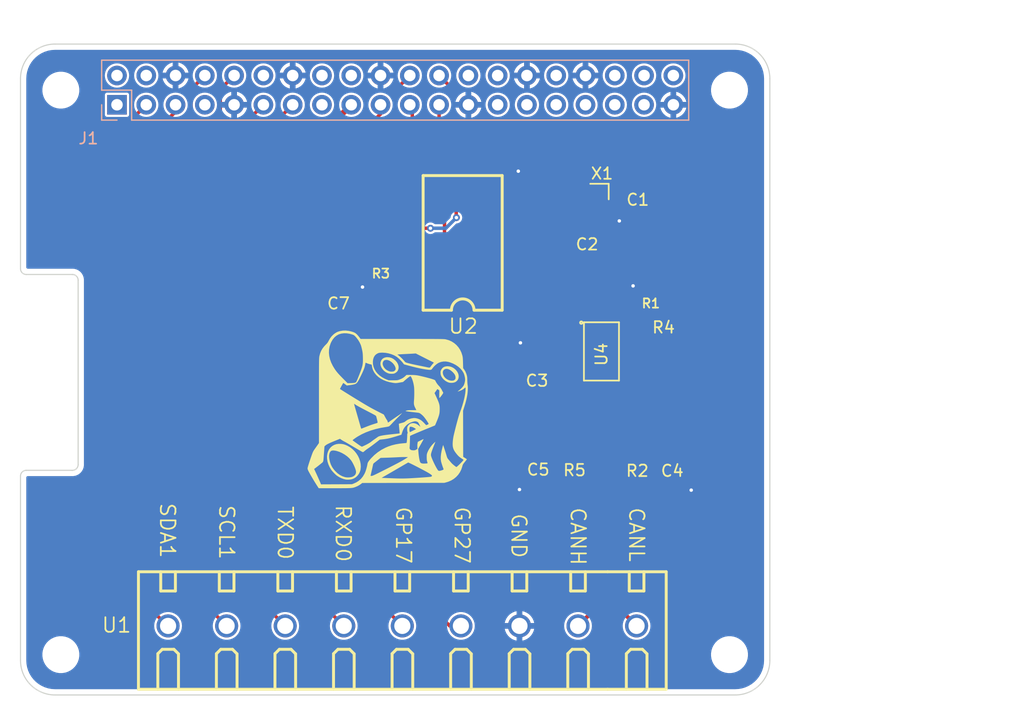
<source format=kicad_pcb>
(kicad_pcb (version 20240108) (generator "pcbnew") (generator_version "8.0")
  (title_block (date "15 nov 2012"))
  (layers (0 "F.Cu" signal) (31 "B.Cu" signal) (34 "B.Paste" user) (35 "F.Paste" user) (36 "B.SilkS" user "B.Silkscreen") (37 "F.SilkS" user "F.Silkscreen") (38 "B.Mask" user) (39 "F.Mask" user) (44 "Edge.Cuts" user))
  (net 0 "")
  (net 1 "GND")
  (net 2 "/GPIO2{slash}SDA1")
  (net 3 "/GPIO3{slash}SCL1")
  (net 4 "/GPIO4{slash}GPCLK0")
  (net 5 "/GPIO14{slash}TXD0")
  (net 6 "/GPIO15{slash}RXD0")
  (net 7 "/GPIO17")
  (net 8 "/GPIO18{slash}PCM.CLK")
  (net 9 "/GPIO27")
  (net 10 "/GPIO22")
  (net 11 "/GPIO23")
  (net 12 "/GPIO24")
  (net 13 "/GPIO10{slash}SPI0.MOSI")
  (net 14 "/GPIO9{slash}SPI0.MISO")
  (net 15 "/GPIO25")
  (net 16 "/GPIO11{slash}SPI0.SCLK")
  (net 17 "/GPIO8{slash}SPI0.CE0")
  (net 18 "/GPIO7{slash}SPI0.CE1")
  (net 19 "/ID_SDA")
  (net 20 "/ID_SCL")
  (net 21 "/GPIO5")
  (net 22 "/GPIO6")
  (net 23 "/GPIO12{slash}PWM0")
  (net 24 "/GPIO13{slash}PWM1")
  (net 25 "/GPIO19{slash}PCM.FS")
  (net 26 "/GPIO16")
  (net 27 "/GPIO26")
  (net 28 "/GPIO20{slash}PCM.DIN")
  (net 29 "/GPIO21{slash}PCM.DOUT")
  (net 30 "+5V")
  (net 31 "+3V3")
  (net 32 "/OSC2")
  (net 33 "/OSC1")
  (net 34 "Net-(C5-Pad1)")
  (net 35 "Net-(U4-RS)")
  (net 36 "Net-(U2-RESET#)")
  (net 41 "/TXCAN")
  (net 44 "/RXCAN")
  (net 46 "Net-(C4-Pad1)")
  (net 47 "/CAN_D-")
  (net 48 "/CAN_D+")
  (footprint "ImportFP:CONN-TH_9P-P5.08_MX128-5.08-09P-GN01-CU-Y-A" (layer "F.Cu") (at 133.1216 94.0056)
    (property "Reference" "U1")
    (property "Value" "MX128-5.08-09P-GN01-CU-Y-A" (hide yes))
  )
  (footprint "MountingHole:MountingHole_2.7mm_M2.5" (layer "F.Cu") (at 161.5 47.5)
    (property "Reference" "MH2" (hide yes))
    (property "Value" "MountingHole_2.7mm_M2.5" (hide yes))
  )
  (footprint "PCM_JLCPCB:C_0402" (layer "F.Cu") (at 144.9326 82.1692 180)
    (property "Reference" "C5")
    (property "Value" "470pF" (hide yes))
  )
  (footprint "PCM_JLCPCB:C_0603" (layer "F.Cu") (at 130.462 65.964)
    (property "Reference" "C7")
    (property "Value" "100nF" (hide yes))
  )
  (footprint "LOGO" (layer "F.Cu") (at 131.58539 75.188931)
    (property "Reference" "G***" (hide yes))
    (property "Value" "LOGO" (hide yes))
  )
  (footprint "ImportFP:MCP2515T-IST_SOIC-18_L11.6-W7.5-P1.27-LS10.3-BL" (layer "F.Cu") (at 138.354 60.757 90)
    (property "Reference" "U2")
    (property "Value" "MCP2515T-I/SO" (hide yes))
  )
  (footprint "PCM_JLCPCB:OSC-SMD_4P-L3.2-W2.5-BL" (layer "F.Cu") (at 149.022 57.328 180)
    (property "Reference" "X1")
    (property "Value" "X322516MLB4SI" (hide yes))
  )
  (footprint "MountingHole:MountingHole_2.7mm_M2.5" (layer "F.Cu") (at 103.5 96.5)
    (property "Reference" "MH3" (hide yes))
    (property "Value" "MountingHole_2.7mm_M2.5" (hide yes))
  )
  (footprint "MountingHole:MountingHole_2.7mm_M2.5" (layer "F.Cu") (at 103.5 47.5)
    (property "Reference" "MH1" (hide yes))
    (property "Value" "MountingHole_2.7mm_M2.5" (hide yes))
  )
  (footprint "PCM_JLCPCB:R_0603" (layer "F.Cu") (at 148.0496 82.1692 180)
    (property "Reference" "R5")
    (property "Value" "120Ω" (hide yes))
  )
  (footprint "PCM_JLCPCB:SOIC-8_L4.9-W3.9-P1.27-LS6.0-BL" (layer "F.Cu") (at 150.3936 70.1804 -90)
    (property "Reference" "U4")
    (property "Value" "SN65HVD230DR" (hide yes))
  )
  (footprint "PCM_JLCPCB:C_0402" (layer "F.Cu") (at 156.5357 82.22)
    (property "Reference" "C4")
    (property "Value" "470pF" (hide yes))
  )
  (footprint "PCM_JLCPCB:C_0603" (layer "F.Cu") (at 144.9072 70.2312 90)
    (property "Reference" "C3")
    (property "Value" "100nF" (hide yes))
  )
  (footprint "PCM_JLCPCB:R_0603" (layer "F.Cu") (at 153.4877 82.22)
    (property "Reference" "R2")
    (property "Value" "120Ω" (hide yes))
  )
  (footprint "PCM_JLCPCB:C_0402" (layer "F.Cu") (at 151.891 57.0149 90)
    (property "Reference" "C1")
    (property "Value" "22pF" (hide yes))
  )
  (footprint "PCM_JLCPCB:R_0402" (layer "F.Cu") (at 131.25 64.567)
    (property "Reference" "R3")
    (property "Value" "4.7kΩ" (hide yes))
  )
  (footprint "MountingHole:MountingHole_2.7mm_M2.5" (layer "F.Cu") (at 161.5 96.5)
    (property "Reference" "MH4" (hide yes))
    (property "Value" "MountingHole_2.7mm_M2.5" (hide yes))
  )
  (footprint "PCM_JLCPCB:R_0603" (layer "F.Cu") (at 155.8038 70.2564 90)
    (property "Reference" "R4")
    (property "Value" "120Ω" (hide yes))
  )
  (footprint "PCM_JLCPCB:R_0402" (layer "F.Cu") (at 153.1368 66.1418 90)
    (property "Reference" "R1")
    (property "Value" "4.7kΩ" (hide yes))
  )
  (footprint "PCM_JLCPCB:C_0402" (layer "F.Cu") (at 149.149 59.614 180)
    (property "Reference" "C2")
    (property "Value" "22pF" (hide yes))
  )
  (footprint "Connector_PinSocket_2.54mm:PinSocket_2x20_P2.54mm_Vertical" (layer "B.Cu") (at 108.37 48.77 -90)
    (property "Reference" "J1")
    (property "Value" "GPIO")
  )
  (gr_line (start 162 43.5) (end 103 43.5) (stroke (width 0.1)) (layer "Edge.Cuts"))
  (gr_arc (start 100.5 63.5) (mid 100.146447 63.353553) (end 100 63) (stroke (width 0.1)) (layer "Edge.Cuts"))
  (gr_line (start 165 97) (end 165 46.5) (stroke (width 0.1)) (layer "Edge.Cuts"))
  (gr_line (start 100 46.5) (end 100 63) (stroke (width 0.1)) (layer "Edge.Cuts"))
  (gr_arc (start 100 46.5) (mid 100.87868 44.37868) (end 103 43.5) (stroke (width 0.1)) (layer "Edge.Cuts"))
  (gr_arc (start 162 43.5) (mid 164.12132 44.37868) (end 165 46.5) (stroke (width 0.1)) (layer "Edge.Cuts"))
  (gr_arc (start 103 100) (mid 100.87868 99.12132) (end 100 97) (stroke (width 0.1)) (layer "Edge.Cuts"))
  (gr_line (start 103 100) (end 162 100) (stroke (width 0.1)) (layer "Edge.Cuts"))
  (gr_line (start 104.5 80.5) (end 100.5 80.5) (stroke (width 0.1)) (layer "Edge.Cuts"))
  (gr_arc (start 100 81) (mid 100.146138 80.646755) (end 100.499127 80.500001) (stroke (width 0.1)) (layer "Edge.Cuts"))
  (gr_arc (start 165 97) (mid 164.12132 99.12132) (end 162 100) (stroke (width 0.1)) (layer "Edge.Cuts"))
  (gr_line (start 105 64) (end 105 80) (stroke (width 0.1)) (layer "Edge.Cuts"))
  (gr_line (start 100 81) (end 100 97) (stroke (width 0.1)) (layer "Edge.Cuts"))
  (gr_line (start 100.5 63.5) (end 104.5 63.5) (stroke (width 0.1)) (layer "Edge.Cuts"))
  (gr_arc (start 105 80) (mid 104.853553 80.353553) (end 104.5 80.5) (stroke (width 0.1)) (layer "Edge.Cuts"))
  (gr_arc (start 104.5 63.5) (mid 104.853553 63.646447) (end 105 64) (stroke (width 0.1)) (layer "Edge.Cuts"))
  (gr_text "RXD0" (at 127.9908 85.9792 270) (layer "F.SilkS") (effects (font (size 1.27 1.27))))
  (gr_text "SDA1" (at 112.7508 85.7252 270) (layer "F.SilkS") (effects (font (size 1.27 1.27))))
  (gr_text "GP17" (at 133.2232 86.1316 270) (layer "F.SilkS") (effects (font (size 1.27 1.27))))
  (gr_text "GP27" (at 138.3032 86.1316 270) (layer "F.SilkS") (effects (font (size 1.27 1.27))))
  (gr_text "TXD0" (at 122.9616 85.9284 270) (layer "F.SilkS") (effects (font (size 1.27 1.27))))
  (gr_text "CANL" (at 153.4416 86.0808 270) (layer "F.SilkS") (effects (font (size 1.27 1.27))))
  (gr_text "CANH" (at 148.3616 86.2332 270) (layer "F.SilkS") (effects (font (size 1.27 1.27))))
  (gr_text "GND" (at 143.2308 86.1824 270) (layer "F.SilkS") (effects (font (size 1.27 1.27))))
  (gr_text "SCL1" (at 117.8816 85.8776 270) (layer "F.SilkS") (effects (font (size 1.27 1.27))))
  (segment (start 150.122 58.208) (end 151.882 58.208) (width 0.3) (layer "F.Cu") (net 1))
  (segment (start 149.649 59.614) (end 149.649 58.681) (width 0.3) (layer "F.Cu") (net 1))
  (segment (start 144.4326 82.1692) (end 143.2816 82.1692) (width 0.3) (layer "F.Cu") (net 1))
  (segment (start 143.1541 55.677) (end 143.1541 54.5599) (width 0.5) (layer "F.Cu") (net 1))
  (segment (start 147.5164 69.4332) (end 147.6236 69.5404) (width 0.5) (layer "F.Cu") (net 1))
  (segment (start 148.325122 56.448) (end 150.085122 58.208) (width 0.3) (layer "F.Cu") (net 1))
  (segment (start 151.891 58.217) (end 151.891 58.8) (width 0.3) (layer "F.Cu") (net 1))
  (segment (start 157.0357 82.22) (end 158.1787 82.22) (width 0.3) (layer "F.Cu") (net 1))
  (segment (start 149.649 58.681) (end 150.122 58.208) (width 0.5) (layer "F.Cu") (net 1))
  (segment (start 151.891 58.8) (end 151.943 58.852) (width 0.5) (layer "F.Cu") (net 1))
  (segment (start 129.682 64.6072) (end 129.682 65.964) (width 0.5) (layer "F.Cu") (net 1))
  (segment (start 148.3536 69.5404) (end 147.6236 69.5404) (width 0.3) (layer "F.Cu") (net 1))
  (segment (start 147.922 56.448) (end 148.325122 56.448) (width 0.5) (layer "F.Cu") (net 1))
  (segment (start 150.085122 58.208) (end 150.122 58.208) (width 0.5) (layer "F.Cu") (net 1))
  (segment (start 151.891 57.5149) (end 151.891 58.217) (width 0.3) (layer "F.Cu") (net 1))
  (segment (start 143.3652 69.4332) (end 147.5164 69.4332) (width 0.5) (layer "F.Cu") (net 1))
  (segment (start 129.6672 64.5924) (end 129.682 64.6072) (width 0.5) (layer "F.Cu") (net 1))
  (segment (start 153.1368 65.6418) (end 153.1368 64.4908) (width 0.3) (layer "F.Cu") (net 1))
  (segment (start 151.882 58.208) (end 151.891 58.217) (width 0.5) (layer "F.Cu") (net 1))
  (segment (start 143.1541 54.5599) (end 143.18 54.534) (width 0.5) (layer "F.Cu") (net 1))
  (via (at 143.18 54.534) (size 0.6) (drill 0.3) (layers "F.Cu" "B.Cu") (net 1))
  (via (at 143.2816 82.1692) (size 0.6) (drill 0.3) (layers "F.Cu" "B.Cu") (net 1))
  (via (at 158.1787 82.22) (size 0.6) (drill 0.3) (layers "F.Cu" "B.Cu") (net 1))
  (via (at 129.6672 64.5924) (size 0.6) (drill 0.3) (layers "F.Cu" "B.Cu") (net 1))
  (via (at 143.3652 69.4332) (size 0.6) (drill 0.3) (layers "F.Cu" "B.Cu") (net 1))
  (via (at 153.1368 64.4908) (size 0.6) (drill 0.3) (layers "F.Cu" "B.Cu") (net 1))
  (via (at 151.943 58.852) (size 0.6) (drill 0.3) (layers "F.Cu" "B.Cu") (net 1))
  (segment (start 106.4516 87.7016) (end 112.7556 94.0056) (width 0.3) (layer "F.Cu") (net 2))
  (segment (start 112.7556 94.0056) (end 112.8016 94.0056) (width 0.3) (layer "F.Cu") (net 2))
  (segment (start 110.91 48.77) (end 106.4516 53.2284) (width 0.3) (layer "F.Cu") (net 2))
  (segment (start 106.4516 53.2284) (end 106.4516 87.7016) (width 0.3) (layer "F.Cu") (net 2))
  (segment (start 113.45 49.3644) (end 109.9568 52.8576) (width 0.3) (layer "F.Cu") (net 3))
  (segment (start 113.45 48.77) (end 113.45 49.3644) (width 0.3) (layer "F.Cu") (net 3))
  (segment (start 109.9568 86.0808) (end 117.8816 94.0056) (width 0.3) (layer "F.Cu") (net 3))
  (segment (start 109.9568 52.8576) (end 109.9568 86.0808) (width 0.3) (layer "F.Cu") (net 3))
  (segment (start 114.79 47.43) (end 114.79 85.834) (width 0.3) (layer "F.Cu") (net 5))
  (segment (start 114.79 85.834) (end 122.9616 94.0056) (width 0.3) (layer "F.Cu") (net 5))
  (segment (start 115.99 46.23) (end 114.79 47.43) (width 0.3) (layer "F.Cu") (net 5))
  (segment (start 118.53 46.23) (end 117.33 47.43) (width 0.3) (layer "F.Cu") (net 6))
  (segment (start 117.33 47.43) (end 117.33 83.294) (width 0.3) (layer "F.Cu") (net 6))
  (segment (start 117.33 83.294) (end 128.0416 94.0056) (width 0.3) (layer "F.Cu") (net 6))
  (segment (start 121.07 48.77) (end 119.1516 50.6884) (width 0.3) (layer "F.Cu") (net 7))
  (segment (start 119.1516 50.6884) (end 119.1516 80.0356) (width 0.3) (layer "F.Cu") (net 7))
  (segment (start 119.1516 80.0356) (end 133.1216 94.0056) (width 0.3) (layer "F.Cu") (net 7))
  (segment (start 120.7924 51.5876) (end 120.7772 51.5876) (width 0.3) (layer "F.Cu") (net 9))
  (segment (start 123.61 48.77) (end 120.7924 51.5876) (width 0.3) (layer "F.Cu") (net 9))
  (segment (start 120.7772 77.5464) (end 137.2364 94.0056) (width 0.3) (layer "F.Cu") (net 9))
  (segment (start 137.2364 94.0056) (end 138.2016 94.0056) (width 0.3) (layer "F.Cu") (net 9))
  (segment (start 120.7772 51.5876) (end 120.7772 77.5464) (width 0.3) (layer "F.Cu") (net 9))
  (segment (start 126.15 48.77) (end 125.5252 48.77) (width 0.3) (layer "F.Cu") (net 10))
  (segment (start 128.3464 52.4512) (end 128.3464 58.3694) (width 0.3) (layer "F.Cu") (net 13))
  (segment (start 131.23 49.5676) (end 128.3464 52.4512) (width 0.3) (layer "F.Cu") (net 13))
  (segment (start 130.734 60.757) (end 133.5539 60.757) (width 0.3) (layer "F.Cu") (net 13))
  (segment (start 131.23 48.77) (end 131.23 49.5676) (width 0.3) (layer "F.Cu") (net 13))
  (segment (start 128.3464 58.3694) (end 130.734 60.757) (width 0.3) (layer "F.Cu") (net 13))
  (segment (start 135.6362 62.027) (end 136.7792 60.884) (width 0.3) (layer "F.Cu") (net 14))
  (segment (start 133.9852 48.9852) (end 133.77 48.77) (width 0.3) (layer "F.Cu") (net 14))
  (segment (start 133.5539 62.027) (end 135.6362 62.027) (width 0.3) (layer "F.Cu") (net 14))
  (segment (start 136.7792 56.4644) (end 133.9852 53.6704) (width 0.3) (layer "F.Cu") (net 14))
  (segment (start 136.7792 60.884) (end 136.7792 56.4644) (width 0.3) (layer "F.Cu") (net 14))
  (segment (start 133.9852 53.6704) (end 133.9852 48.9852) (width 0.3) (layer "F.Cu") (net 14))
  (segment (start 131.877 58.217) (end 133.5539 58.217) (width 0.3) (layer "F.Cu") (net 15))
  (segment (start 132.512 51.105) (end 131.242 52.375) (width 0.3) (layer "F.Cu") (net 15))
  (segment (start 131.242 57.582) (end 131.877 58.217) (width 0.3) (layer "F.Cu") (net 15))
  (segment (start 132.512 47.488) (end 132.512 51.105) (width 0.3) (layer "F.Cu") (net 15))
  (segment (start 131.242 52.375) (end 131.242 57.582) (width 0.3) (layer "F.Cu") (net 15))
  (segment (start 133.77 46.23) (end 132.512 47.488) (width 0.3) (layer "F.Cu") (net 15))
  (segment (start 135.56 59.487) (end 133.5539 59.487) (width 0.3) (layer "F.Cu") (net 16))
  (segment (start 136.31 53.7854) (end 136.31 48.77) (width 0.3) (layer "F.Cu") (net 16))
  (segment (start 137.7952 55.2706) (end 136.31 53.7854) (width 0.3) (layer "F.Cu") (net 16))
  (segment (start 137.812104 58.564104) (end 137.7952 58.5472) (width 0.3) (layer "F.Cu") (net 16))
  (segment (start 137.7952 58.5472) (end 137.7952 55.2706) (width 0.3) (layer "F.Cu") (net 16))
  (via (at 137.812104 58.564104) (size 0.6) (drill 0.3) (layers "F.Cu" "B.Cu") (net 16))
  (via (at 135.56 59.487) (size 0.6) (drill 0.3) (layers "F.Cu" "B.Cu") (net 16))
  (segment (start 136.889207 59.487) (end 137.812103 58.564104) (width 0.3) (layer "B.Cu") (net 16))
  (segment (start 135.56 59.487) (end 136.889207 59.487) (width 0.3) (layer "B.Cu") (net 16))
  (segment (start 137.812103 58.564104) (end 137.812104 58.564104) (width 0.3) (layer "B.Cu") (net 16))
  (segment (start 139.7152 60.4372) (end 136.8554 63.297) (width 0.3) (layer "F.Cu") (net 17))
  (segment (start 137.5412 47.4612) (end 137.5412 49.3016) (width 0.3) (layer "F.Cu") (net 17))
  (segment (start 139.7152 51.4756) (end 139.7152 60.4372) (width 0.3) (layer "F.Cu") (net 17))
  (segment (start 136.8554 63.297) (end 133.5539 63.297) (width 0.3) (layer "F.Cu") (net 17))
  (segment (start 137.5412 49.3016) (end 139.7152 51.4756) (width 0.3) (layer "F.Cu") (net 17))
  (segment (start 136.31 46.23) (end 137.5412 47.4612) (width 0.3) (layer "F.Cu") (net 17))
  (segment (start 147.4508 70.9932) (end 147.6236 70.8204) (width 0.5) (layer "F.Cu") (net 31))
  (segment (start 131.242 65.964) (end 131.242 67.298) (width 0.5) (layer "F.Cu") (net 31))
  (segment (start 131.369 65.837) (end 131.242 65.964) (width 0.5) (layer "F.Cu") (net 31))
  (segment (start 130.28 68.26) (end 130.17 68.37) (width 0.5) (layer "F.Cu") (net 31))
  (segment (start 130.75 65.472) (end 130.75 64.567) (width 0.5) (layer "F.Cu") (net 31))
  (segment (start 131.242 65.964) (end 130.75 65.472) (width 0.5) (layer "F.Cu") (net 31))
  (segment (start 128.69 48.77) (end 127.74 49.72) (width 0.5) (layer "F.Cu") (net 31))
  (segment (start 133.5539 65.837) (end 131.369 65.837) (width 0.5) (layer "F.Cu") (net 31))
  (segment (start 131.242 67.298) (end 130.28 68.26) (width 0.5) (layer "F.Cu") (net 31))
  (segment (start 130.17 68.37) (end 127.39 68.37) (width 0.5) (layer "F.Cu") (net 31))
  (segment (start 125.28 66.26) (end 127.39 68.37) (width 0.5) (layer "F.Cu") (net 31))
  (segment (start 133.0132 70.9932) (end 147.4508 70.9932) (width 0.5) (layer "F.Cu") (net 31))
  (segment (start 127.74 49.74) (end 125.28 52.2) (width 0.5) (layer "F.Cu") (net 31))
  (segment (start 125.28 52.2) (end 125.28 66.26) (width 0.5) (layer "F.Cu") (net 31))
  (segment (start 130.28 68.26) (end 133.0132 70.9932) (width 0.5) (layer "F.Cu") (net 31))
  (segment (start 127.74 49.72) (end 127.74 49.74) (width 0.5) (layer "F.Cu") (net 31))
  (segment (start 147.913 58.217) (end 147.922 58.208) (width 0.5) (layer "F.Cu") (net 32))
  (segment (start 147.922 58.887) (end 148.649 59.614) (width 0.3) (layer "F.Cu") (net 32))
  (segment (start 147.922 58.208) (end 147.922 58.887) (width 0.5) (layer "F.Cu") (net 32))
  (segment (start 143.1541 58.217) (end 147.913 58.217) (width 0.3) (layer "F.Cu") (net 32))
  (segment (start 151.8241 56.448) (end 151.891 56.5149) (width 0.5) (layer "F.Cu") (net 33))
  (segment (start 148.589 54.915) (end 150.122 56.448) (width 0.3) (layer "F.Cu") (net 33))
  (segment (start 143.1541 56.947) (end 144.831 56.947) (width 0.3) (layer "F.Cu") (net 33))
  (segment (start 144.831 56.947) (end 146.863 54.915) (width 0.3) (layer "F.Cu") (net 33))
  (segment (start 146.863 54.915) (end 148.589 54.915) (width 0.3) (layer "F.Cu") (net 33))
  (segment (start 150.122 56.448) (end 151.8241 56.448) (width 0.3) (layer "F.Cu") (net 33))
  (segment (start 145.4326 82.1692) (end 147.2296 82.1692) (width 0.3) (layer "F.Cu") (net 34))
  (segment (start 153.1368 68.2436) (end 153.1636 68.2704) (width 0.3) (layer "F.Cu") (net 35))
  (segment (start 153.1368 66.6418) (end 153.1368 68.2436) (width 0.3) (layer "F.Cu") (net 35))
  (segment (start 131.75 64.567) (end 133.5539 64.567) (width 0.5) (layer "F.Cu") (net 36))
  (segment (start 143.1541 66.4461) (end 144.9784 68.2704) (width 0.3) (layer "F.Cu") (net 41))
  (segment (start 143.1541 65.837) (end 143.1541 66.4461) (width 0.3) (layer "F.Cu") (net 41))
  (segment (start 144.9784 68.2704) (end 147.6236 68.2704) (width 0.3) (layer "F.Cu") (net 41))
  (segment (start 149.276 70.9424) (end 148.128 72.0904) (width 0.3) (layer "F.Cu") (net 44))
  (segment (start 146.609 64.567) (end 149.276 67.234) (width 0.3) (layer "F.Cu") (net 44))
  (segment (start 149.276 67.234) (end 149.276 70.9424) (width 0.3) (layer "F.Cu") (net 44))
  (segment (start 148.128 72.0904) (end 147.6236 72.0904) (width 0.3) (layer "F.Cu") (net 44))
  (segment (start 147.6186 72.0854) (end 147.6236 72.0904) (width 0.3) (layer "F.Cu") (net 44))
  (segment (start 143.1541 64.567) (end 146.609 64.567) (width 0.3) (layer "F.Cu") (net 44))
  (segment (start 154.3077 82.22) (end 156.0357 82.22) (width 0.3) (layer "F.Cu") (net 46))
  (segment (start 151.3588 82.1692) (end 151.4096 82.22) (width 0.35) (layer "F.Cu") (net 47))
  (segment (start 151.4166 75.081294) (end 151.544055 75.081294) (width 0.35) (layer "F.Cu") (net 47))
  (segment (start 151.544055 75.681294) (end 151.4166 75.681294) (width 0.35) (layer "F.Cu") (net 47))
  (segment (start 151.4096 82.22) (end 152.6677 82.22) (width 0.35) (layer "F.Cu") (net 47))
  (segment (start 151.1766 72.305218) (end 152.661418 70.8204) (width 0.35) (layer "F.Cu") (net 47))
  (segment (start 151.1766 82.1692) (end 151.3588 82.1692) (width 0.35) (layer "F.Cu") (net 47))
  (segment (start 152.661418 70.8204) (end 153.1636 70.8204) (width 0.35) (layer "F.Cu") (net 47))
  (segment (start 151.1766 82.1692) (end 151.1766 91.7406) (width 0.35) (layer "F.Cu") (net 47))
  (segment (start 151.1766 76.041294) (end 151.1766 77.842446) (width 0.35) (layer "F.Cu") (net 47))
  (segment (start 151.1766 77.842446) (end 151.1766 82.1692) (width 0.35) (layer "F.Cu") (net 47))
  (segment (start 153.1636 70.8204) (end 155.5478 70.8204) (width 0.35) (layer "F.Cu") (net 47))
  (segment (start 151.1766 74.841294) (end 151.1766 72.305218) (width 0.35) (layer "F.Cu") (net 47))
  (segment (start 151.1766 91.7406) (end 153.4416 94.0056) (width 0.35) (layer "F.Cu") (net 47))
  (segment (start 155.5478 70.8204) (end 155.8038 71.0764) (width 0.35) (layer "F.Cu") (net 47))
  (segment (start 151.784055 75.321294) (end 151.784055 75.441294) (width 0.35) (layer "F.Cu") (net 47))
  (segment (start 151.1766 75.921294) (end 151.1766 76.041294) (width 0.35) (layer "F.Cu") (net 47))
  (arc (start 151.1766 74.841294) (mid 151.246894 75.011) (end 151.4166 75.081294) (width 0.35) (layer "F.Cu") (net 47))
  (arc (start 151.544055 75.081294) (mid 151.713761 75.151588) (end 151.784055 75.321294) (width 0.35) (layer "F.Cu") (net 47))
  (arc (start 151.784055 75.441294) (mid 151.713761 75.611) (end 151.544055 75.681294) (width 0.35) (layer "F.Cu") (net 47))
  (arc (start 151.4166 75.681294) (mid 151.246894 75.751588) (end 151.1766 75.921294) (width 0.35) (layer "F.Cu") (net 47))
  (segment (start 150.6266 71.679877) (end 150.6266 82.1184) (width 0.35) (layer "F.Cu") (net 48))
  (segment (start 152.156077 70.1504) (end 150.6266 71.679877) (width 0.35) (layer "F.Cu") (net 48))
  (segment (start 152.5536 70.1504) (end 152.156077 70.1504) (width 0.35) (layer "F.Cu") (net 48))
  (segment (start 153.1636 69.5404) (end 155.6998 69.5404) (width 0.35) (layer "F.Cu") (net 48))
  (segment (start 155.6998 69.5404) (end 155.8038 69.4364) (width 0.35) (layer "F.Cu") (net 48))
  (segment (start 150.6266 82.1184) (end 150.5758 82.1692) (width 0.35) (layer "F.Cu") (net 48))
  (segment (start 150.6266 82.1184) (end 150.6266 91.7406) (width 0.35) (layer "F.Cu") (net 48))
  (segment (start 148.8696 82.1692) (end 148.895 82.1438) (width 0.3) (layer "F.Cu") (net 48))
  (segment (start 153.1636 69.5404) (end 152.5536 70.1504) (width 0.35) (layer "F.Cu") (net 48))
  (segment (start 150.5758 82.1692) (end 148.8696 82.1692) (width 0.35) (layer "F.Cu") (net 48))
  (segment (start 150.6266 91.7406) (end 148.3616 94.0056) (width 0.35) (layer "F.Cu") (net 48))
  (zone (net 1) (net_name "GND") (layer "B.Cu") (connect_pads (clearance 0.2)) (min_thickness 0.25) (fill yes (thermal_gap 0.3) (thermal_bridge_width 0.5))
    (polygon (pts (xy 98.222 40.31) (xy 166.802 39.675) (xy 166.167 101.905) (xy 98.222 101.905)))
  )
)
</source>
